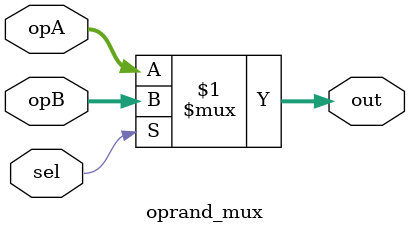
<source format=v>
`timescale 1ns / 1ps


module oprand_mux#(
    parameter WIDTH = 32
)
(
    input  wire [WIDTH-1:0] opA,
    input  wire [WIDTH-1:0] opB,
    input  wire             sel,
    output wire [WIDTH-1:0] out
    );
    assign out = sel ? opB : opA;
endmodule

</source>
